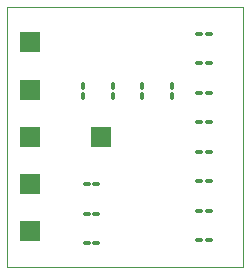
<source format=gts>
G04 #@! TF.GenerationSoftware,KiCad,Pcbnew,(7.0.0)*
G04 #@! TF.CreationDate,2023-03-10T17:55:38+01:00*
G04 #@! TF.ProjectId,CapacitorBox0201,43617061-6369-4746-9f72-426f78303230,rev?*
G04 #@! TF.SameCoordinates,Original*
G04 #@! TF.FileFunction,Soldermask,Top*
G04 #@! TF.FilePolarity,Negative*
%FSLAX46Y46*%
G04 Gerber Fmt 4.6, Leading zero omitted, Abs format (unit mm)*
G04 Created by KiCad (PCBNEW (7.0.0)) date 2023-03-10 17:55:38*
%MOMM*%
%LPD*%
G01*
G04 APERTURE LIST*
G04 Aperture macros list*
%AMRoundRect*
0 Rectangle with rounded corners*
0 $1 Rounding radius*
0 $2 $3 $4 $5 $6 $7 $8 $9 X,Y pos of 4 corners*
0 Add a 4 corners polygon primitive as box body*
4,1,4,$2,$3,$4,$5,$6,$7,$8,$9,$2,$3,0*
0 Add four circle primitives for the rounded corners*
1,1,$1+$1,$2,$3*
1,1,$1+$1,$4,$5*
1,1,$1+$1,$6,$7*
1,1,$1+$1,$8,$9*
0 Add four rect primitives between the rounded corners*
20,1,$1+$1,$2,$3,$4,$5,0*
20,1,$1+$1,$4,$5,$6,$7,0*
20,1,$1+$1,$6,$7,$8,$9,0*
20,1,$1+$1,$8,$9,$2,$3,0*%
G04 Aperture macros list end*
%ADD10RoundRect,0.100000X-0.217500X-0.100000X0.217500X-0.100000X0.217500X0.100000X-0.217500X0.100000X0*%
%ADD11RoundRect,0.100000X-0.100000X0.217500X-0.100000X-0.217500X0.100000X-0.217500X0.100000X0.217500X0*%
%ADD12R,1.700000X1.700000*%
G04 #@! TA.AperFunction,Profile*
%ADD13C,0.100000*%
G04 #@! TD*
G04 APERTURE END LIST*
D10*
X117292500Y-119750000D03*
X118107500Y-119750000D03*
X117292500Y-117250000D03*
X118107500Y-117250000D03*
D11*
X110000000Y-106692500D03*
X110000000Y-107507500D03*
D12*
X102999999Y-114999999D03*
X102999999Y-118999999D03*
D11*
X112500000Y-106692500D03*
X112500000Y-107507500D03*
X107500000Y-106692500D03*
X107500000Y-107507500D03*
D12*
X102999999Y-102999999D03*
X108999999Y-110999999D03*
D10*
X107792500Y-117500000D03*
X108607500Y-117500000D03*
D11*
X115000000Y-106692500D03*
X115000000Y-107507500D03*
D10*
X117292500Y-114750000D03*
X118107500Y-114750000D03*
X117292500Y-104750000D03*
X118107500Y-104750000D03*
D12*
X102999999Y-110999999D03*
D10*
X117292500Y-107250000D03*
X118107500Y-107250000D03*
X117292500Y-102250000D03*
X118107500Y-102250000D03*
X117292500Y-112250000D03*
X118107500Y-112250000D03*
X107792500Y-115000000D03*
X108607500Y-115000000D03*
D12*
X102999999Y-106999999D03*
D10*
X117292500Y-109750000D03*
X118107500Y-109750000D03*
X107792500Y-120000000D03*
X108607500Y-120000000D03*
D13*
X101000000Y-100000000D02*
X121000000Y-100000000D01*
X121000000Y-100000000D02*
X121000000Y-122000000D01*
X121000000Y-122000000D02*
X101000000Y-122000000D01*
X101000000Y-100000000D02*
X101000000Y-122000000D01*
M02*

</source>
